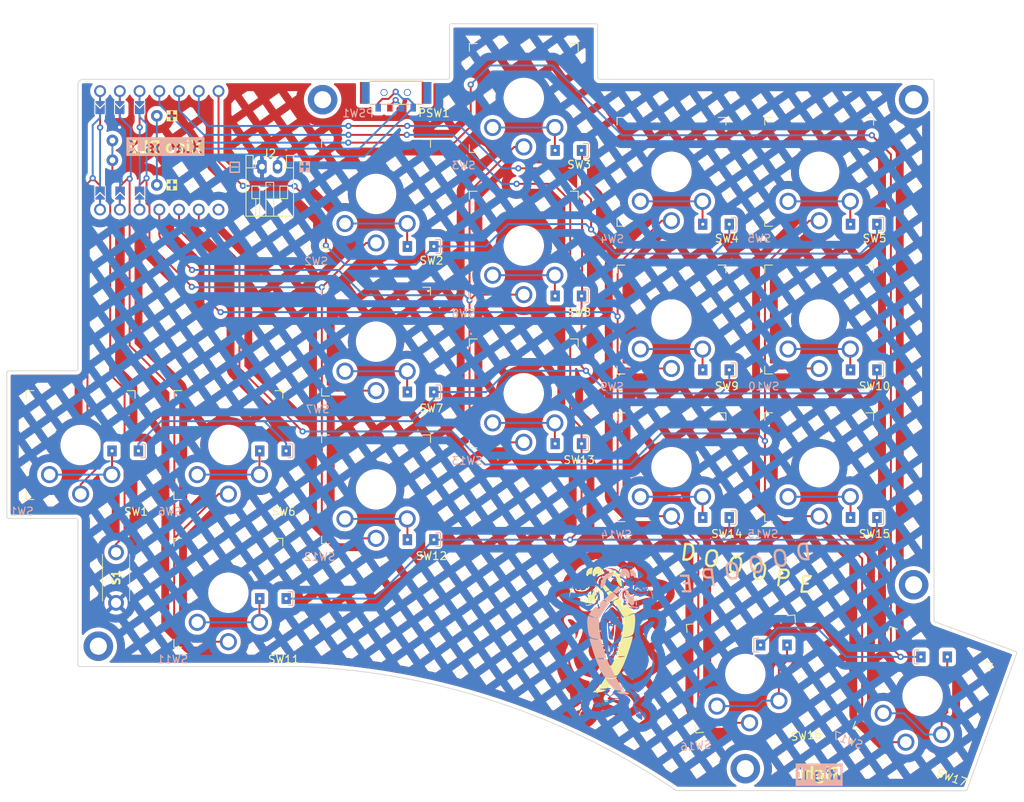
<source format=kicad_pcb>
(kicad_pcb (version 20211014) (generator pcbnew)
  (title_block (title "D O O O P E") (date "2023-04-02") (rev "Rev 1") (company "JQ.C"))
  (layers (0 "F.Cu" signal) (31 "B.Cu" signal) (34 "B.Paste" user) (35 "F.Paste" user) (36 "B.SilkS" user "B.Silkscreen") (37 "F.SilkS" user "F.Silkscreen") (38 "B.Mask" user) (39 "F.Mask" user) (44 "Edge.Cuts" user))
  (net 0 "")
  (net 1 "Net-(D1-Pad2)")
  (net 2 "Net-(D2-Pad2)")
  (net 3 "Net-(D3-Pad2)")
  (net 4 "Net-(D4-Pad2)")
  (net 5 "Net-(D5-Pad2)")
  (net 6 "Net-(D6-Pad2)")
  (net 7 "Net-(D7-Pad2)")
  (net 8 "Net-(D8-Pad2)")
  (net 9 "Net-(D9-Pad2)")
  (net 10 "Net-(D10-Pad2)")
  (net 11 "Net-(D11-Pad2)")
  (net 12 "Net-(D12-Pad2)")
  (net 13 "Net-(D13-Pad2)")
  (net 14 "Net-(D14-Pad2)")
  (net 15 "Net-(D15-Pad2)")
  (net 16 "Net-(D16-Pad2)")
  (net 17 "Net-(D17-Pad2)")
  (net 19 "unconnected-(U1-Pad14)")
  (net 21 "unconnected-(U1-Pad12)")
  (net 22 "RST")
  (net 23 "Row1")
  (net 24 "Row0")
  (net 25 "Row2")
  (net 26 "Row3")
  (net 27 "GND")
  (net 28 "VBAT")
  (net 29 "BAT+")
  (net 30 "Col0")
  (net 31 "Col2")
  (net 32 "Col3")
  (net 33 "Col4")
  (net 34 "Col5")
  (net 35 "Col1")
  (footprint "KBLib:Power Switch" (layer "F.Cu") (at 69.65893 54.606664 -90)
    (fp_text reference "PSW1")
    (fp_text value "SW_SPDT" hide)
  )
  (footprint "KBLib:Diode SMD THT" (layer "F.Cu") (at 106.95893 109.281664 180)
    (fp_text reference "D14" hide)
    (fp_text value "1N4148W" hide)
  )
  (footprint "KBLib:Diode SMD THT" (layer "F.Cu") (at 87.95893 99.781664 180)
    (fp_text reference "D13" hide)
    (fp_text value "1N4148W" hide)
  )
  (footprint "KBLib:Redragon_LP_Reversible" (layer "F.Cu") (at 120.28393 83.756664)
    (fp_text reference "SW10")
    (fp_text value "SW_PUSH")
  )
  (footprint "kibuzzard-643B780C" (layer "F.Cu") (at 120.28393 142.306664)
    (fp_text reference "kibuzzard-643B780C" hide)
    (fp_text value "G***" hide)
  )
  (footprint "KBLib:Redragon_LP_Reversible" (layer "F.Cu") (at 82.28393 55.256664)
    (fp_text reference "SW3")
    (fp_text value "SW_PUSH")
  )
  (footprint "KBLib:Redragon_LP_Reversible" (layer "F.Cu") (at 63.28393 86.606664)
    (fp_text reference "SW7")
    (fp_text value "SW_PUSH")
  )
  (footprint "KBLib:mushu" (layer "F.Cu") (at 88.33393 122.306664)
    (fp_text reference "G***" hide)
    (fp_text value "LOGO" hide)
  )
  (footprint "MountingHole:MountingHole_2.2mm_M2_DIN965_Pad_TopBottom" (layer "F.Cu") (at 132.43393 55.481664)
    (fp_text reference "REF**" hide)
    (fp_text value "MountingHole_2.2mm_M2_DIN965_Pad_TopBottom" hide)
  )
  (footprint "kibuzzard-643B7631" (layer "F.Cu") (at 36.18393 61.506664)
    (fp_text reference "kibuzzard-643B7631" hide)
    (fp_text value "G***" hide)
  )
  (footprint "KBLib:Diode SMD THT" (layer "F.Cu") (at 68.95893 74.406664 180)
    (fp_text reference "D2" hide)
    (fp_text value "1N4148W" hide)
  )
  (footprint "KBLib:Xiao BLE Rev Pogo" (layer "F.Cu") (at 35.70893 61.874714 90)
    (fp_text reference "U1" hide)
    (fp_text value "xiao-ble" hide)
  )
  (footprint "kibuzzard-643B7985" (layer "F.Cu") (at 37.013646 66.442964)
    (fp_text reference "kibuzzard-643B7985" hide)
    (fp_text value "G***" hide)
  )
  (footprint "MountingHole:MountingHole_2.2mm_M2_DIN965_Pad_TopBottom" (layer "F.Cu") (at 56.40893 55.481664)
    (fp_text reference "REF**" hide)
    (fp_text value "MountingHole_2.2mm_M2_DIN965_Pad_TopBottom" hide)
  )
  (footprint "KBLib:Redragon_LP_Reversible" (layer "F.Cu") (at 133.58393 132.206664 -20)
    (fp_text reference "SW17")
    (fp_text value "SW_PUSH")
  )
  (footprint "KBLib:Diode SMD THT" (layer "F.Cu") (at 49.95893 119.706664 180)
    (fp_text reference "D11" hide)
    (fp_text value "1N4148W" hide)
  )
  (footprint "KBLib:Redragon_LP_Reversible" (layer "F.Cu") (at 25.28393 99.906664)
    (fp_text reference "SW1")
    (fp_text value "SW_PUSH")
  )
  (footprint "KBLib:Diode SMD THT" (layer "F.Cu") (at 68.95893 112.131664 180)
    (fp_text reference "D12" hide)
    (fp_text value "1N4148W" hide)
  )
  (footprint "kibuzzard-643B7985" (layer "F.Cu") (at 54.10893 64.106664)
    (fp_text reference "kibuzzard-643B7985" hide)
    (fp_text value "G***" hide)
  )
  (footprint "KBLib:Diode SMD THT" (layer "F.Cu") (at 125.95893 109.281664 180)
    (fp_text reference "D15" hide)
    (fp_text value "1N4148W" hide)
  )
  (footprint "KBLib:Diode SMD THT" (layer "F.Cu") (at 68.95893 93.131664 180)
    (fp_text reference "D7" hide)
    (fp_text value "1N4148W" hide)
  )
  (footprint "KBLib:Redragon_LP_Reversible" (layer "F.Cu") (at 82.28393 93.256664)
    (fp_text reference "SW13")
    (fp_text value "SW_PUSH")
  )
  (footprint "KBLib:Diode SMD THT" (layer "F.Cu") (at 135.13393 127.106664)
    (fp_text reference "D17" hide)
    (fp_text value "1N4148W" hide)
  )
  (footprint "KBLib:Redragon_LP_Reversible" (layer "F.Cu") (at 120.28393 64.756664)
    (fp_text reference "SW5")
    (fp_text value "SW_PUSH")
  )
  (footprint "MountingHole:MountingHole_2.2mm_M2_DIN965_Pad_TopBottom" (layer "F.Cu") (at 110.78393 141.533493)
    (fp_text reference "REF**" hide)
    (fp_text value "MountingHole_2.2mm_M2_DIN965_Pad_TopBottom" hide)
  )
  (footprint "Connector_JST:JST_PH_S2B-PH-K_1x02_P2.00mm_Horizontal" (layer "F.Cu") (at 48.60893 64.106664)
    (fp_text reference "J2")
    (fp_text value "JST Connector" hide)
  )
  (footprint "MountingHole:MountingHole_2.2mm_M2_DIN965_Pad_TopBottom" (layer "F.Cu") (at 27.55893 125.781664)
    (fp_text reference "REF**" hide)
    (fp_text value "MountingHole_2.2mm_M2_DIN965_Pad_TopBottom" hide)
  )
  (footprint "KBLib:Redragon_LP_Reversible" (layer "F.Cu") (at 120.28393 102.756664)
    (fp_text reference "SW15")
    (fp_text value "SW_PUSH")
  )
  (footprint "KBLib:Diode SMD THT" (layer "F.Cu") (at 49.95893 100.706664 180)
    (fp_text reference "D6" hide)
    (fp_text value "1N4148W" hide)
  )
  (footprint "KBLib:Diode SMD THT" (layer "F.Cu") (at 125.95893 71.556664 180)
    (fp_text reference "D5" hide)
    (fp_text value "1N4148W" hide)
  )
  (footprint "MountingHole:MountingHole_2.2mm_M2_DIN965_Pad_TopBottom" (layer "F.Cu") (at 132.43393 117.881664)
    (fp_text reference "REF**" hide)
    (fp_text value "MountingHole_2.2mm_M2_DIN965_Pad_TopBottom" hide)
  )
  (footprint "KBLib:Diode SMD THT" (layer "F.Cu") (at 125.95893 90.281664 180)
    (fp_text reference "D10" hide)
    (fp_text value "1N4148W" hide)
  )
  (footprint "kibuzzard-643B7985" (layer "F.Cu") (at 37.013646 57.552964)
    (fp_text reference "kibuzzard-643B7985" hide)
    (fp_text value "G***" hide)
  )
  (footprint "KBLib:Diode SMD THT" (layer "F.Cu") (at 30.95893 100.706664 180)
    (fp_text reference "D1" hide)
    (fp_text value "1N4148W" hide)
  )
  (footprint "KBLib:Redragon_LP_Reversible" (layer "F.Cu") (at 44.28393 118.906664)
    (fp_text reference "SW11")
    (fp_text value "SW_PUSH")
  )
  (footprint "KBLib:Redragon_LP_Reversible" (layer "F.Cu") (at 63.28393 105.606664)
    (fp_text reference locked "SW12")
    (fp_text value "SW_PUSH")
  )
  (footprint "KBLib:Redragon_LP_Reversible" (layer "F.Cu") (at 110.78393 129.356664 5)
    (fp_text reference "SW16")
    (fp_text value "SW_PUSH")
  )
  (footprint "KBLib:Reset Switch" (layer "F.Cu") (at 29.83393 113.706664 -90)
    (fp_text reference "S1")
    (fp_text value "95C04A3T" hide)
  )
  (footprint "KBLib:Redragon_LP_Reversible" (layer "F.Cu") (at 101.28393 64.756664)
    (fp_text reference "SW4")
    (fp_text value "SW_PUSH")
  )
  (footprint "KBLib:Redragon_LP_Reversible" (layer "F.Cu") (at 101.28393 102.756664)
    (fp_text reference "SW14")
    (fp_text value "SW_PUSH")
  )
  (footprint "KBLib:Redragon_LP_Reversible" (layer "F.Cu") (at 63.28393 67.606664)
    (fp_text reference "SW2")
    (fp_text value "SW_PUSH")
  )
  (footprint "KBLib:Diode SMD THT" (layer "F.Cu") (at 106.95893 90.281664 180)
    (fp_text reference "D9" hide)
    (fp_text value "1N4148W" hide)
  )
  (footprint "KBLib:Diode SMD THT" (layer "F.Cu") (at 114.50893 125.581664)
    (fp_text reference "D16" hide)
    (fp_text value "1N4148W" hide)
  )
  (footprint "KBLib:Redragon_LP_Reversible" (layer "F.Cu") (at 44.28393 99.906664)
    (fp_text reference "SW6")
    (fp_text value "SW_PUSH")
  )
  (footprint "KBLib:Diode SMD THT" (layer "F.Cu") (at 87.95893 62.056664 180)
    (fp_text reference "D3" hide)
    (fp_text value "1N4148W" hide)
  )
  (footprint "KBLib:Diode SMD THT" (layer "F.Cu") (at 87.95893 80.781664 180)
    (fp_text reference "D8" hide)
    (fp_text value "1N4148W" hide)
  )
  (footprint "KBLib:Redragon_LP_Reversible" (layer "F.Cu") (at 101.28393 83.756664)
    (fp_text reference "SW9")
    (fp_text value "SW_PUSH")
  )
  (footprint "KBLib:Redragon_LP_Reversible" (layer "F.Cu") (at 82.28393 74.256664)
    (fp_text reference "SW8")
    (fp_text value "SW_PUSH")
  )
  (footprint "KBLib:Diode SMD THT" (layer "F.Cu") (at 106.95893 71.556664 180)
    (fp_text reference "D4" hide)
    (fp_text value "1N4148W" hide)
  )
  (footprint "kibuzzard-643B7841" (layer "B.Cu") (at 120.28393 142.306664 180)
    (fp_text reference "kibuzzard-643B7841" hide)
    (fp_text value "G***" hide)
  )
  (footprint "kibuzzard-643B7631" (layer "B.Cu") (at 36.18393 61.506664 180)
    (fp_text reference "kibuzzard-643B7631" hide)
    (fp_text value "G***" hide)
  )
  (footprint "kibuzzard-643B7985" (layer "B.Cu") (at 54.10893 64.106664 180)
    (fp_text reference "kibuzzard-643B7985" hide)
    (fp_text value "G***" hide)
  )
  (footprint "KBLib:mushu" (layer "B.Cu") (at 98.73393 122.556664 180)
    (fp_text reference "G***" hide)
    (fp_text value "LOGO" hide)
  )
  (footprint "KBLib:Power Switch" (layer "B.Cu") (at 61.95893 54.606664 -90)
    (fp_text reference "PSW1")
    (fp_text value "SW_SPDT" hide)
  )
  (gr_rect (start 45.70893 63.531664) (end 44.50893 64.806664) (layer "B.SilkS") (width 0.15) (fill none))
  (gr_rect (start 44.50893 63.531664) (end 45.70893 64.806664) (layer "F.SilkS") (width 0.15) (fill none))
  (gr_arc (start 25.18393 128.406664) (mid 25.000011 128.322727) (end 24.93393 128.131664) (layer "Edge.Cuts") (width 0.1))
  (gr_arc (start 24.93393 53.606664) (mid 25.119674 53.078359) (end 25.63393 52.856664) (layer "Edge.Cuts") (width 0.1))
  (gr_arc (start 72.73393 52.606664) (mid 72.649993 52.790583) (end 72.45893 52.856664) (layer "Edge.Cuts") (width 0.1))
  (gr_line (start 24.93393 128.131664) (end 24.93393 109.631664) (layer "Edge.Cuts") (width 0.1))
  (gr_arc (start 134.80893 52.856664) (mid 134.992849 52.940601) (end 135.05893 53.131664) (layer "Edge.Cuts") (width 0.1))
  (gr_arc (start 72.73393 45.956664) (mid 72.817867 45.772745) (end 73.00893 45.706664) (layer "Edge.Cuts") (width 0.1))
  (gr_line (start 135.05893 122.381664) (end 135.05893 53.131664) (layer "Edge.Cuts") (width 0.1))
  (gr_arc (start 24.68393 109.356664) (mid 24.867849 109.440601) (end 24.93393 109.631664) (layer "Edge.Cuts") (width 0.1))
  (gr_arc (start 139.30893 144.231664) (mid 139.22211 144.345184) (end 139.08393 144.381664) (layer "Edge.Cuts") (width 0.1))
  (gr_arc (start 91.53393 45.706664) (mid 91.717849 45.790601) (end 91.78393 45.981664) (layer "Edge.Cuts") (width 0.1))
  (gr_arc (start 15.78393 90.606664) (mid 15.867863 90.422741) (end 16.05893 90.356664) (layer "Edge.Cuts") (width 0.1))
  (gr_line (start 145.68393 126.731664) (end 139.30893 144.231664) (layer "Edge.Cuts") (width 0.1))
  (gr_arc (start 92.03393 52.856664) (mid 91.850011 52.772727) (end 91.78393 52.581664) (layer "Edge.Cuts") (width 0.1))
  (gr_arc (start 145.55893 126.456664) (mid 145.681593 126.566798) (end 145.68393 126.731664) (layer "Edge.Cuts") (width 0.1))
  (gr_line (start 25.63393 52.856664) (end 72.45893 52.856664) (layer "Edge.Cuts") (width 0.1))
  (gr_line (start 24.68393 109.356664) (end 16.03393 109.356664) (layer "Edge.Cuts") (width 0.1))
  (gr_line (start 15.78393 109.081664) (end 15.78393 90.606664) (layer "Edge.Cuts") (width 0.1))
  (gr_line (start 92.03393 52.856664) (end 134.80893 52.856664) (layer "Edge.Cuts") (width 0.1))
  (gr_line (start 24.93393 90.106664) (end 24.93393 53.606664) (layer "Edge.Cuts") (width 0.1))
  (gr_line (start 53.78393 128.406664) (end 25.18393 128.406664) (layer "Edge.Cuts") (width 0.1))
  (gr_line (start 16.05893 90.356664) (end 24.65893 90.356664) (layer "Edge.Cuts") (width 0.1))
  (gr_arc (start 53.78393 128.406664) (mid 78.962082 133.015472) (end 101.90893 144.356664) (layer "Edge.Cuts") (width 0.1))
  (gr_arc (start 24.93393 90.106664) (mid 24.849993 90.290583) (end 24.65893 90.356664) (layer "Edge.Cuts") (width 0.1))
  (gr_line (start 91.78393 45.981664) (end 91.78393 52.581664) (layer "Edge.Cuts") (width 0.1))
  (gr_arc (start 135.25893 122.681664) (mid 135.110716 122.563806) (end 135.05893 122.381664) (layer "Edge.Cuts") (width 0.1))
  (gr_line (start 135.25893 122.681664) (end 145.55893 126.456664) (layer "Edge.Cuts") (width 0.1))
  (gr_line (start 73.00893 45.706664) (end 91.53393 45.706664) (layer "Edge.Cuts") (width 0.1))
  (gr_line (start 72.73393 52.606664) (end 72.73393 45.956664) (layer "Edge.Cuts") (width 0.1))
  (gr_line (start 139.08393 144.381664) (end 101.90893 144.356664) (layer "Edge.Cuts") (width 0.1))
  (gr_arc (start 16.03393 109.356664) (mid 15.850011 109.272727) (end 15.78393 109.081664) (layer "Edge.Cuts") (width 0.1))
  (gr_text "SW17" (at 123.95893 137.881664 -20) (layer "B.SilkS") (effects (font (size 1 1)) (justify mirror)))
  (gr_text "SW3" (at 74.55893 63.931664) (layer "B.SilkS") (effects (font (size 1 1)) (justify mirror)))
  (gr_text "O" (at 115.390362 114.506664) (layer "B.SilkS") (effects (font (size 2 2) (thickness 0.3) italic) (justify mirror)))
  (gr_text "E" (at 103.259885 117.806664) (layer "B.SilkS") (effects (font (size 2 2) (thickness 0.3) italic) (justify mirror)))
  (gr_text "SW2" (at 55.58393 76.281664) (layer "B.SilkS") (effects (font (size 1 1)) (justify mirror)))
  (gr_text "-" (at 45.10893 64.206664 180) (layer "B.SilkS") (effects (font (size 1 1)) (justify mirror)))
  (gr_text "SW1" (at 17.70893 108.431664) (layer "B.SilkS") (effects (font (size 1 1)) (justify mirror)))
  (gr_text "SW4" (at 93.65893 73.406664) (layer "B.SilkS") (effects (font (size 1 1)) (justify mirror)))
  (gr_text "SW16" (at 104.40893 138.606664 5) (layer "B.SilkS") (effects (font (size 1 1)) (justify mirror)))
  (gr_text "SW6" (at 36.75893 108.481664) (layer "B.SilkS") (effects (font (size 1 1)) (justify mirror)))
  (gr_text "SW15" (at 113.03393 111.356664) (layer "B.SilkS") (effects (font (size 1 1)) (justify mirror)))
  (gr_text "SW14" (at 94.18393 111.431664) (layer "B.SilkS") (effects (font (size 1 1)) (justify mirror)))
  (gr_text "P" (at 106.161555 116.981664) (layer "B.SilkS") (effects (font (size 2 2) (thickness 0.3) italic) (justify mirror)))
  (gr_text "D" (at 118.359885 113.681664) (layer "B.SilkS") (effects (font (size 2 2) (thickness 0.3) italic) (justify mirror)))
  (gr_text "SW12" (at 56.03393 114.281664) (layer "B.SilkS") (effects (font (size 1 1)) (justify mirror)))
  (gr_text "SW9" (at 93.63393 92.406664) (layer "B.SilkS") (effects (font (size 1 1)) (justify mirror)))
  (gr_text "SW10" (at 113.15893 92.356664) (layer "B.SilkS") (effects (font (size 1 1)) (justify mirror)))
  (gr_text "SW5" (at 112.58393 73.331664) (layer "B.SilkS") (effects (font (size 1 1)) (justify mirror)))
  (gr_text "SW11" (at 37.10893 127.481664) (layer "B.SilkS") (effects (font (size 1 1)) (justify mirror)))
  (gr_text "O" (at 109.206078 116.156664) (layer "B.SilkS") (effects (font (size 2 2) (thickness 0.3) italic) (justify mirror)))
  (gr_text "SW8" (at 74.53393 82.981664) (layer "B.SilkS") (effects (font (size 1 1)) (justify mirror)))
  (gr_text "SW7" (at 55.78393 95.306664) (layer "B.SilkS") (effects (font (size 1 1)) (justify mirror)))
  (gr_text "SW13" (at 75.00893 101.931664) (layer "B.SilkS") (effects (font (size 1 1)) (justify mirror)))
  (gr_text "O" (at 112.29822 115.331664) (layer "B.SilkS") (effects (font (size 2 2) (thickness 0.3) italic) (justify mirror)))
  (gr_text "P" (at 115.55726 117.031664) (layer "F.SilkS") (effects (font (size 2 2) (thickness 0.3) italic)))
  (gr_text "D" (at 103.35893 113.731664) (layer "F.SilkS") (effects (font (size 2 2) (thickness 0.3) italic)))
  (gr_text "-" (at 45.108929 64.069164) (layer "F.SilkS") (effects (font (size 1 1))))
  (gr_text "E" (at 118.45893 117.856664) (layer "F.SilkS") (effects (font (size 2 2) (thickness 0.3) italic)))
  (gr_text "O" (at 109.420595 115.381664) (layer "F.SilkS") (effects (font (size 2 2) (thickness 0.3) italic)))
  (gr_text "O" (at 112.512737 116.206664) (layer "F.SilkS") (effects (font (size 2 2) (thickness 0.3) italic)))
  (gr_text "O" (at 106.328453 114.556664) (layer "F.SilkS") (effects (font (size 2 2) (thickness 0.3) italic)))
  (segment (start 27.78123 54.377964) (end 27.78123 56.065964) (width 0.25) (layer "F.Cu") (net 0))
  (segment (start 30.32123 69.617964) (end 30.32123 67.962264) (width 0.25) (layer "F.Cu") (net 0))
  (segment (start 27.78123 69.617964) (end 27.78123 67.929964) (width 0.25) (layer "F.Cu") (net 0))
  (segment (start 30.32123 54.377964) (end 30.32123 56.065964) (width 0.25) (layer "F.Cu") (net 0))
  (segment (start 32.86123 54.377964) (end 32.86123 56.065964) (width 0.25) (layer "F.Cu") (net 0))
  (segment (start 32.86123 69.617964) (end 32.86123 67.929964) (width 0.25) (layer "F.Cu") (net 0))
  (segment (start 30.32123 67.962264) (end 30.35353 67.929964) (width 0.25) (layer "F.Cu") (net 0))
  (segment (start 30.32123 69.617964) (end 30.32123 67.962264) (width 0.25) (layer "B.Cu") (net 0))
  (segment (start 32.86123 69.617964) (end 32.86123 67.929964) (width 0.25) (layer "B.Cu") (net 0))
  (segment (start 27.78123 54.377964) (end 27.78123 56.065964) (width 0.25) (layer "B.Cu") (net 0))
  (segment (start 27.78123 69.617964) (end 27.78123 67.929964) (width 0.25) (layer "B.Cu") (net 0))
  (segment (start 32.86123 54.377964) (end 32.86123 56.065964) (width 0.25) (layer "B.Cu") (net 0))
  (segment (start 30.32123 54.377964) (end 30.32123 56.065964) (width 0.25) (layer "B.Cu") (net 0))
  (segment (start 30.32123 67.962264) (end 30.35353 67.929964) (width 0.25) (layer "B.Cu") (net 0))
  (segment (start 29.28393 103.706664) (end 29.31853 103.672064) (width 0.25) (layer "F.Cu") (net 1))
  (segment (start 29.31853 103.672064) (end 29.31853 100.656664) (width 0.25) (layer "F.Cu") (net 1))
  (segment (start 21.28393 103.706664) (end 29.28393 103.706664) (width 0.25) (layer "B.Cu") (net 1))
  (segment (start 67.28393 74.322064) (end 67.31853 74.356664) (width 0.25) (layer "F.Cu") (net 2))
  (segment (start 67.28393 71.406664) (end 67.28393 74.322064) (width 0.25) (layer "F.Cu") (net 2))
  (segment (start 59.28393 71.406664) (end 67.28393 71.406664) (width 0.25) (layer "B.Cu") (net 2))
  (segment (start 86.28393 61.972064) (end 86.31853 62.006664) (width 0.25) (layer "F.Cu") (net 3))
  (segment (start 86.28393 59.056664) (end 86.28393 61.972064) (width 0.25) (layer "F.Cu") (net 3))
  (segment (start 78.28393 59.056664) (end 86.28393 59.056664) (width 0.25) (layer "B.Cu") (net 3))
  (segment (start 105.28393 68.556664) (end 105.28393 71.472064) (width 0.25) (layer "F.Cu") (net 4))
  (segment (start 105.28393 71.472064) (end 105.31853 71.506664) (width 0.25) (layer "F.Cu") (net 4))
  (segment (start 97.28393 68.556664) (end 105.28393 68.556664) (width 0.25) (layer "B.Cu") (net 4))
  (segment (start 124.28393 71.472064) (end 124.31853 71.506664) (width 0.25) (layer "F.Cu") (net 5))
  (segment (start 124.28393 68.556664) (end 124.28393 71.472064) (width 0.25) (layer "F.Cu") (net 5))
  (segment (start 116.28393 68.556664) (end 124.28393 68.556664) (width 0.25) (layer "B.Cu") (net 5))
  (segment (start 48.28393 100.691264) (end 48.31853 100.656664) (width 0.25) (layer "F.Cu") (net 6))
  (segment (start 48.28393 103.706664) (end 48.28393 100.691264) (width 0.25) (layer "F.Cu") (net 6))
  (segment (start 40.28393 103.706664) (end 48.28393 103.706664) (width 0.25) (layer "B.Cu") (net 6))
  (segment (start 67.28393 90.406664) (end 67.28393 93.047064) (width 0.25) (layer "F.Cu") (net 7))
  (segment (start 67.28393 93.047064) (end 67.31853 93.081664) (width 0.25) (layer "F.Cu") (net 7))
  (segment (start 59.28393 90.406664) (end 67.28393 90.406664) (width 0.25) (layer "B.Cu") (net 7))
  (segment (start 86.28393 78.056664) (end 86.28393 80.697064) (width 0.25) (layer "F.Cu") (net 8))
  (segment (start 86.28393 80.697064) (end 86.31853 80.731664) (width 0.25) (layer "F.Cu") (net 8))
  (segment (start 78.28393 78.056664) (end 86.28393 78.056664) (width 0.25) (layer "B.Cu") (net 8))
  (segment (start 105.28393 87.556664) (end 105.28393 90.197064) (width 0.25) (layer "F.Cu") (net 9))
  (segment (start 97.28393 87.556664) (end 105.28393 87.556664) (width 0.25) (layer "B.Cu") (net 9))
  (segment (start 124.28393 87.556664) (end 124.28393 90.197064) (width 0.25) (layer "F.Cu") (net 10))
  (segment (start 124.28393 90.197064) (end 124.31853 90.231664) (width 0.25) (layer "F.Cu") (net 10))
  (segment (start 116.28393 87.556664) (end 124.28393 87.556664) (width 0.25) (layer "B.Cu") (net 10))
  (segment (start 48.28393 122.706664) (end 48.28393 119.691264) (width 0.25) (layer "F.Cu") (net 11))
  (segment (start 48.28393 119.691264) (end 48.31853 119.656664) (width 0.25) (layer "F.Cu") (net 11))
  (segment (start 40.28393 122.706664) (end 48.28393 122.706664) (width 0.25) (layer "B.Cu") (net 11))
  (segment (start 67.31853 109.441264) (end 67.31853 112.081664) (width 0.25) (layer "F.Cu") (net 12))
  (segment (start 67.28393 109.406664) (end 67.31853 109.441264) (width 0.25) (layer "F.Cu") (net 12))
  (segment (start 59.28393 109.406664) (end 67.28393 109.406664) (width 0.25) (layer "B.Cu") (net 12))
  (segment (start 86.28393 97.056664) (end 86.28393 99.697064) (width 0.25) (layer "F.Cu") (net 13))
  (segment (start 86.28393 99.697064) (end 86.31853 99.731664) (width 0.25) (layer "F.Cu") (net 13))
  (segment (start 78.28393 97.056664) (end 86.28393 97.056664) (width 0.25) (layer "B.Cu") (net 13))
  (segment (start 105.28393 106.556664) (end 105.28393 109.197064) (width 0.25) (layer "F.Cu") (net 14))
  (segment (start 105.28393 109.197064) (end 105.31853 109.231664) (width 0.25) (layer "F.Cu") (net 14))
  (segment (start 97.28393 106.556664) (end 105.28393 106.556664) (width 0.25) (layer "B.Cu") (net 14))
  (segment (start 124.31853 106.591264) (end 124.31853 109.231664) (width 0.25) (layer "F.Cu") (net 15))
  (segment (start 124.28393 106.556664) (end 124.31853 106.591264) (width 0.25) (layer "F.Cu") (net 15))
  (segment (start 116.28393 106.556664) (end 124.28393 106.556664) (width 0.25) (layer "B.Cu") (net 15))
  (segment (start 115.099901 132.793581) (end 115.099901 128.715693) (width 0.25) (layer "F.Cu") (net 16))
  (segment (start 116.14933 127.666264) (end 116.14933 125.631664) (width 0.25) (layer "F.Cu") (net 16))
  (segment (start 115.099901 128.715693) (end 116.14933 127.666264) (width 0.25) (layer "F.Cu") (net 16))
  (segment (start 112.299767 133.490827) (end 112.997013 132.793581) (width 0.25) (layer "B.Cu") (net 16))
  (segment (start 112.997013 132.793581) (end 115.099901 132.793581) (width 0.25) (layer "B.Cu") (net 16))
  (segment (start 107.130343 133.490827) (end 112.299767 133.490827) (width 0.25) (layer "B.Cu") (net 16))
  (segment (start 136.75893 134.281664) (end 136.75893 127.172064) (width 0.25) (layer "F.Cu") (net 17))
  (segment (start 136.043024 137.145577) (end 136.043024 134.99757) (width 0.25) (layer "F.Cu") (net 17))
  (segment (start 136.043024 134.99757) (end 136.75893 134.281664) (width 0.25) (layer "F.Cu") (net 17))
  (segment (start 136.75893 127.172064) (end 136.77433 127.156664) (width 0.25) (layer "F.Cu") (net 17))
  (segment (start 133.922843 137.145577) (end 136.043024 137.145577) (width 0.25) (layer "B.Cu") (net 17))
  (segment (start 128.525483 134.409415) (end 131.186681 134.409415) (width 0.25) (layer "B.Cu") (net 17))
  (segment (start 131.186681 134.409415) (end 133.922843 137.145577) (width 0.25) (layer "B.Cu") (net 17))
  (segment (start 27.78123 57.081964) (end 27.78123 59.053964) (width 0.25) (layer "F.Cu") (net 19))
  (segment (start 27.78123 59.053964) (end 27.78393 59.056664) (width 0.25) (layer "F.Cu") (net 19))
  (via (at 27.78393 59.056664) (size 0.8) (drill 0.4) (layers "F.Cu" "B.Cu") (net 19))
  (segment (start 27.78393 59.056664) (end 27.78393 66.911264) (width 0.25) (layer "B.Cu") (net 19))
  (segment (start 32.86123 59.008964) (end 32.88393 59.031664) (width 0.25) (layer "F.Cu") (net 21))
  (segment (start 32.86123 57.081964) (end 32.86123 59.008964) (width 0.25) (layer "F.Cu") (net 21))
  (via (at 32.88393 59.031664) (size 0.8) (drill 0.4) (layers "F.Cu" "B.Cu") (net 21))
  (segment (start 32.88393 59.031664) (end 32.88393 66.891264) (width 0.25) (layer "B.Cu") (net 21))
  (segment (start 32.88393 66.891264) (end 32.86123 66.913964) (width 0.25) (layer "B.Cu") (net 21))
  (segment (start 29.83393 112.656664) (end 29.83393 113.706664) (width 0.25) (layer "F.Cu") (net 22))
  (segment (start 29.36923 63.267964) (end 29.36923 65.971364) (width 0.25) (layer "F.Cu") (net 22))
  (segment (start 29.36923 65.971364) (end 29.08393 66.256664) (width 0.25) (layer "F.Cu") (net 22))
  (segment (start 30.93393 92.706664) (end 30.93393 111.556664) (width 0.25) (layer "F.Cu") (net 22))
  (segment (start 29.08393 90.856664) (end 30.93393 92.706664) (width 0.25) (layer "F.Cu") (net 22))
  (segment (start 29.08393 66.256664) (end 29.08393 90.856664) (width 0.25) (layer "F.Cu") (net 22))
  (segment (start 30.93393 111.556664) (end 29.83393 112.656664) (width 0.25) (layer "F.Cu") (net 22))
  (segment (start 29.36923 63.267964) (end 29.36923 60.727964) (width 0.25) (layer "B.Cu") (net 22))
  (segment (start 85.53393 64.306664) (end 89.78393 68.556664) (width 0.25) (layer "F.Cu") (net 23))
  (segment (start 89.78393 68.556664) (end 89.78393 80.666264) (width 0.25) (layer "F.Cu") (net 23))
  (segment (start 89.78393 80.666264) (end 89.71853 80.731664) (width 0.25) (layer "F.Cu") (net 23))
  (segment (start 81.58393 64.306664) (end 85.53393 64.306664) (width 0.25) (layer "F.Cu") (net 23))
  (segment (start 89.71853 89.791264) (end 90.28393 90.356664) (width 0.25) (layer "F.Cu") (net 23))
  (segment (start 89.71853 80.731664) (end 89.71853 89.791264) (width 0.25) (layer "F.Cu") (net 23))
  (segment (start 59.73393 58.856664) (end 67.28393 58.856664) (width 0.25) (layer "F.Cu") (net 23))
  (via (at 67.28393 58.856664) (size 0.8) (drill 0.4) (layers "F.Cu" "B.Cu") (net 23))
  (via (at 81.58393 64.306664) (size 0.8) (drill 0.4) (layers "F.Cu" "B.Cu") (net 23))
  (via (at 90.28393 90.356664) (size 0.8) (drill 0.4) (layers "F.Cu" "B.Cu") (net 23))
  (via (at 59.73393 58.856664) (size 0.8) (drill 0.4) (layers "F.Cu" "B.Cu") (net 23))
  (segment (start 108.71853 92.147064) (end 107.60893 93.256664) (width 0.25) (layer "B.Cu") (net 23))
  (segment (start 79.50893 64.306664) (end 81.58393 64.306664) (width 0.25) (layer "B.Cu") (net 23))
  (segment (start 74.05893 58.856664) (end 79.48393 64.281664) (width 0.25) (layer "B.Cu") (net 23))
  (segment (start 67.85893 96.831664) (end 70.71853 93.972064) (width 0.25) (layer "B.Cu") (net 23))
  (segment (start 48.88393 96.831664) (end 51.71853 99.666264) (width 0.25) (layer "B.Cu") (net 23))
  (segment (start 32.71853 100.656664) (end 32.71853 99.747064) (width 0.25) (layer "B.Cu") (net 23))
  (segment (start 77.45893 93.081664) (end 80.18393 90.356664) (width 0.25) (layer "B.Cu") (net 23))
  (segment (start 90.28393 90.356664) (end 93.18393 93.256664) (width 0.25) (layer "B.Cu") (net 23))
  (segment (start 127.71853 92.197064) (end 127.71853 90.231664) (width 0.25) (layer "B.Cu") (net 23))
  (segment (start 40.48123 54.377964) (end 40.48123 57.628964) (width 0.25) (layer "B.Cu") (net 23))
  (segment (start 93.18393 93.256664) (end 107.55893 93.256664) (width 0.25) (layer "B.Cu") (net 23))
  (segment (start 107.55893 93.256664) (end 126.65893 93.256664) (width 0.25) (layer "B.Cu") (net 23))
  (segment (start 35.63393 96.831664) (end 47.89353 96.831664) (width 0.25) (layer "B.Cu") (net 23))
  (segment (start 107.60893 93.256664) (end 107.55893 93.256664) (width 0.25) (layer "B.Cu") (net 23))
  (segment (start 47.89353 96.831664) (end 48.88393 96.831664) (width 0.25) (layer "B.Cu") (net 23))
  (segment (start 80.18393 90.356664) (end 90.28393 90.356664) (width 0.25) (layer "B.Cu") (net 23))
  (segment (start 108.71853 90.231664) (end 108.71853 92.147064) (width 0.25) (layer "B.Cu") (net 23))
  (segment (start 70.71853 93.081664) (end 77.45893 93.081664) (width 0.25) (layer "B.Cu") (net 23))
  (segment (start 40.48123 57.628964) (end 40.48393 57.631664) (width 0.25) (layer "B.Cu") (net 23))
  (segment (start 40.48393 57.631664) (end 41.70893 58.856664) (width 0.25) (layer "B.Cu") (net 23))
  (segment (start 41.70893 58.856664) (end 59.73393 58.856664) (width 0.25) (layer "B.Cu") (net 23))
  (segment (start 47.89353 96.831664) (end 67.85893 96.831664) (width 0.25) (layer "B.Cu") (net 23))
  (segment (start 126.65893 93.256664) (end 127.71853 92.197064) (width 0.25) (layer "B.Cu") (net 23))
  (segment (start 67.28393 58.856664) (end 74.05893 58.856664) (width 0.25) (layer "B.Cu") (net 23))
  (segment (start 70.71853 93.972064) (end 70.71853 93.081664) (width 0.25) (layer "B.Cu") (net 23))
  (segment (start 32.71853 99.747064) (end 35.63393 96.831664) (width 0.25) (layer "B.Cu") (net 23))
  (segment (start 51.71853 99.666264) (end 51.71853 100.656664) (width 0.25) (layer "B.Cu") (net 23))
  (segment (start 79.48393 64.281664) (end 79.50893 64.306664) (width 0.25) (layer "B.Cu") (net 23))
  (segment (start 46.13393 66.556664) (end 46.15893 66.556664) (width 0.25) (layer "F.Cu") (net 24))
  (segment (start 89.78393 67.131664) (end 90.94643 68.294164) (width 0.25) (layer "F.Cu") (net 24))
  (segment (start 43.02123 63.443964) (end 46.13393 66.556664) (width 0.25) (layer "F.Cu") (net 24))
  (segment (start 89.71853 62.006664) (end 89.78393 62.072064) (width 0.25) (layer "F.Cu") (net 24))
  (segment (start 89.78393 62.072064) (end 89.78393 67.131664) (width 0.25) (layer "F.Cu") (net 24))
  (segment (start 90.94643 68.294164) (end 90.94643 72.169164) (width 0.25) (layer "F.Cu") (net 24))
  (segment (start 43.02123 54.377964) (end 43.02123 63.443964) (width 0.25) (layer "F.Cu") (net 24))
  (segment (start 52.80893 66.606664) (end 56.83393 70.631664) (width 0.25) (layer "F.Cu") (net 24))
  (segment (start 56.83393 70.631664) (end 56.83393 74.231664) (width 0.25) (layer "F.Cu") (net 24))
  (via (at 46.15893 66.556664) (size 0.8) (drill 0.4) (layers "F.Cu" "B.Cu") (net 24))
  (via (at 90.94643 72.169164) (size 0.8) (drill 0.4) (layers "F.Cu" "B.Cu") (net 24))
  (via (at 56.83393 74.231664) (size 0.8) (drill 0.4) (layers "F.Cu" "B.Cu") (net 24))
  (via (at 52.80893 66.606664) (size 0.8) (drill 0.4) (layers "F.Cu" "B.Cu") (net 24))
  (segment (start 94.05893 75.281664) (end 106.75893 75.281664) (width 0.25) (layer "B.Cu") (net 24))
  (segment (start 125.58393 75.281664) (end 127.70893 73.156664) (width 0.25) (layer "B.Cu") (net 24))
  (segment (start 127.71853 71.872064) (end 127.71853 71.506664) (width 0.25) (layer "B.Cu") (net 24))
  (segment (start 68.36853 76.706664) (end 70.71853 74.356664) (width 0.25) (layer "B.Cu") (net 24))
  (segment (start 90.94643 72.169164) (end 94.05893 75.281664) (width 0.25) (layer "B.Cu") (net 24))
  (segment (start 108.71853 73.322064) (end 106.75893 75.281664) (width 0.25) (layer "B.Cu") (net 24))
  (segment (start 90.25893 71.481664) (end 90.94643 72.169164) (width 0.25) (layer "B.Cu") (net 24))
  (segment (start 52.75893 66.556664) (end 52.80893 66.606664) (width 0.25) (layer "B.Cu") (net 24))
  (segment (start 77.40893 74.356664) (end 80.28393 71.481664) (width 0.25) (layer "B.Cu") (net 24))
  (segment (start 108.71853 71.506664) (end 108.71853 73.322064) (width 0.25) (layer "B.Cu") (net 24))
  (segment (start 127.70893 71.881664) (end 127.71853 71.872064) (width 0.25) (layer "B.Cu") (net 24))
  (segment (start 56.83393 74.231664) (end 59.30893 76.706664) (width 0.25) (layer "B.Cu") (net 24))
  (segment (start 70.71853 74.356664) (end 77.40893 74.356664) (width 0.25) (layer "B.Cu") (net 24))
  (segment (start 80.28393 71.481664) (end 90.25893 71.481664) (width 0.25) (layer "B.Cu") (net 24))
  (segment (start 46.15893 66.556664) (end 52.75893 66.556664) (width 0.25) (layer "B.Cu") (net 24))
  (segment (start 59.30893 76.706664) (end 68.36853 76.706664) (width 0.25) (layer "B.Cu") (net 24))
  (segment (start 127.70893 73.156664) (end 127.70893 71.881664) (width 0.25) (layer "B.Cu") (net 24))
  (segment (start 106.75893 75.281664) (end 125.58393 75.281664) (width 0.25) (layer "B.Cu") (net 24))
  (segment (start 88.25893 96.231664) (end 89.71853 97.691264) (width 0.25) (layer "F.Cu") (net 25))
  (segment (start 86.05893 66.306664) (end 88.25893 68.506664) (width 0.25) (layer "F.Cu") (net 25))
  (segment (start 88.25893 68.506664) (end 88.25893 96.231664) (width 0.25) (layer "F.Cu") (net 25))
  (segment (start 59.73393 60.006664) (end 67.23393 60.006664) (width 0.25) (layer "F.Cu") (net 25))
  (segment (start 81.35893 66.306664) (end 86.05893 66.306664) (width 0.25) (layer "F.Cu") (net 25))
  (segment (start 89.71853 97.691264) (end 89.71853 99.731664) (width 0.25) (layer "F.Cu") (net 25))
  (segment (start 89.71853 99.731664) (end 89.71853 110.597064) (width 0.25) (layer "F.Cu") (net 25))
  (segment (start 89.71853 110.597064) (end 88.23393 112.081664) (width 0.25) (layer "F.Cu") (net 25))
  (via (at 59.73393 60.006664) (size 0.8) (drill 0.4) (layers "F.Cu" "B.Cu") (net 25))
  (via (at 67.23393 60.006664) (size 0.8) (drill 0.4) (layers "F.Cu" "B.Cu") (net 25))
  (via (at 88.23393 112.081664) (size 0.8) (drill 0.4) (layers "F.Cu" "B.Cu") (net 25))
  (via (at 81.35893 66.306664) (size 0.8) (drill 0.4) (layers "F.Cu" "B.Cu") (net 25))
  (segment (start 41.13393 60.006664) (end 37.94123 56.813964) (width 0.25) (layer "B.Cu") (net 25))
  (segment (start 63.14353 119.656664) (end 70.71853 112.081664) (width 0.25) (layer "B.Cu") (net 25))
  (segment (start 79.48393 66.306664) (end 81.35893 66.306664) (width 0.25) (layer "B.Cu") (net 25))
  (segment (start 126.95893 112.081664) (end 127.71853 111.322064) (width 0.25) (layer "B.Cu") (net 25))
  (segment (start 127.71853 111.322064) (end 127.71853 109.231664) (width 0.25) (layer "B.Cu") (net 25))
  (segment (start 73.18393 60.006664) (end 79.48393 66.306664) (width 0.25) (layer "B.Cu") (net 25))
  (segment (start 108.71853 109.231664) (end 108.71853 111.222064) (width 0.25) (layer "B.Cu") (net 25))
  (segment (start 88.23393 112.081664) (end 107.78393 112.081664) (width 0.25) (layer "B.Cu") (net 25))
  (segment (start 51.71853 119.656664) (end 63.14353 119.656664) (width 0.25) (layer "B.Cu") (net 25))
  (segment (start 59.73393 60.006664) (end 41.13393 60.006664) (width 0.25) (layer "B.Cu") (net 25))
  (segment (start 67.23393 60.006664) (end 73.18393 60.006664) (width 0.25) (layer "B.Cu") (net 25))
  (segment (start 107.85893 112.081664) (end 107.78393 112.081664) (width 0.25) (layer "B.Cu") (net 25))
  (segment (start 107.78393 112.081664) (end 126.95893 112.081664) (width 0.25) (layer "B.Cu") (net 25))
  (segment (start 70.71853 112.081664) (end 88.23393 112.081664) (width 0.25) (layer "B.Cu") (net 25))
  (segment (start 37.94123 56.813964) (end 37.94123 54.377964) (width 0.25) (layer "B.Cu") (net 25))
  (segment (start 108.71853 111.222064) (end 107.85893 112.081664) (width 0.25) (layer "B.Cu") (net 25))
  (segment (start 130.75893 127.156664) (end 129.50893 125.906664) (width 0.25) (layer "F.Cu") (net 26))
  (segment (start 59.70893 61.006664) (end 73.35893 61.006664) (width 0.25) (layer "F.Cu") (net 26))
  (segment (start 129.50893 62.506664) (end 127.05893 60.056664) (width 0.25) (layer "F.Cu") (net 26))
  (segment (start 75.45893 58.906664) (end 75.45893 53.531664) (width 0.25) (layer "F.Cu") (net 26))
  (segment (start 73.35893 61.006664) (end 75.45893 58.906664) (width 0.25) (layer "F.Cu") (net 26))
  (segment (start 129.50893 125.906664) (end 129.50893 62.506664) (width 0.25) (layer "F.Cu") (net 26))
  (via (at 75.45893 53.531664) (size 0.8) (drill 0.4) (layers "F.Cu" "B.Cu") (net 26))
  (via (at 59.70893 61.006664) (size 0.8) (drill 0.4) (layers "F.Cu" "B.Cu") (net 26))
  (via (at 130.75893 127.156664) (size 0.8) (drill 0.4) (layers "F.Cu" "B.Cu") (net 26))
  (via (at 127.05893 60.056664) (size 0.8) (drill 0.4) (layers "F.Cu" "B.Cu") (net 26))
  (segment (start 127.05893 60.056664) (end 94.93393 60.056664) (width 0.25) (layer "B.Cu") (net 26))
  (segment (start 40.33393 61.006664) (end 35.40893 56.081664) (width 0.25) (layer "B.Cu") (net 26))
  (segment (start 123.73393 127.156664) (end 130.75893 127.156664) (width 0.25) (layer "B.Cu") (net 26))
  (segment (start 133.37433 127.156664) (end 130.75893 127.156664) (width 0.25) (layer "B.Cu") (net 26))
  (segment (start 85.95893 51.081664) (end 94.93393 60.056664) (width 0.25) (layer "B.Cu") (net 26))
  (segment (start 59.70893 61.006664) (end 40.33393 61.006664) (width 0.25) (layer "B.Cu") (net 26))
  (segment (start 77.90893 51.081664) (end 85.95893 51.081664) (width 0.25) (layer "B.Cu") (net 26))
  (segment (start 112.74933 125.631664) (end 114.97433 123.406664) (width 0.25) (layer "B.Cu") (net 26))
  (segment (start 77.90893 51.081664) (end 75.45893 53.531664) (width 0.25) (layer "B.Cu") (net 26))
  (segment (start 119.98393 123.406664) (end 123.73393 127.156664) (width 0.25) (layer "B.Cu") (net 26))
  (segment (start 35.40893 56.081664) (end 35.40893 54.385664) (width 0.25) (layer "B.Cu") (net 26))
  (segment (start 114.97433 123.406664) (end 119.98393 123.406664) (width 0.25) (layer "B.Cu") (net 26))
  (segment (start 35.40893 54.385664) (end 35.40123 54.377964) (width 0.25) (layer "B.Cu") (net 26))
  (segment (start 30.32123 57.081964) (end 30.32123 58.994364) (width 0.25) (layer "F.Cu") (net 27))
  (segment (start 30.32123 58.994364) (end 30.28393 59.031664) (width 0.25) (layer "F.Cu") (net 27))
  (via (at 30.28393 59.031664) (size 0.8) (drill 0.4) (layers "F.Cu" "B.Cu") (net 27))
  (segment (start 30.28393 59.031664) (end 31.00893 59.756664) (width 0.25) (layer "B.Cu") (net 27))
  (segment (start 31.00893 59.756664) (end 31.00893 63.531664) (width 0.25) (layer "B.Cu") (net 27))
  (segment (start 30.35893 64.181664) (end 30.35893 66.908564) (width 0.25) (layer "B.Cu") (net 27))
  (segment (start 30.35893 66.908564) (end 30.35353 66.913964) (width 0.25) (layer "B.Cu") (net 27))
  (segment (start 31.00893 63.531664) (end 30.35893 64.181664) (width 0.25) (layer "B.Cu") (net 27))
  (segment (start 64.88393 55.381664) (end 65.80893 54.456664) (width 0.25) (layer "F.Cu") (net 28))
  (segment (start 64.08393 55.381664) (end 64.88393 55.381664) (width 0.25) (layer "F.Cu") (net 28))
  (segment (start 63.55893 55.906664) (end 64.08393 55.381664) (width 0.25) (layer "F.Cu") (net 28))
  (segment (start 63.55893 56.466664) (end 63.55893 55.906664) (width 0.25) (layer "F.Cu") (net 28))
  (via (at 65.80893 54.456664) (size 0.8) (drill 0.4) (layers "F.Cu" "B.Cu") (net 28))
  (segment (start 66.73393 55.381664) (end 67.45893 55.381664) (width 0.25) (layer "B.Cu") (net 28))
  (segment (start 65.80893 54.456664) (end 66.73393 55.381664) (width 0.25) (layer "B.Cu") (net 28))
  (segment (start 61.78393 62.781664) (end 50.90893 62.781664) (width 0.25) (layer "B.Cu") (net 28))
  (segment (start 50.60893 63.081664) (end 50.60893 64.106664) (width 0.25) (layer "B.Cu") (net 28))
  (segment (start 67.45893 55.381664) (end 68.05893 55.981664) (width 0.25) (layer "B.Cu") (net 28))
  (segment (start 68.05893 56.366664) (end 68.05893 56.506664) (width 0.25) (layer "B.Cu") (net 28))
  (segment (start 68.05893 55.981664) (end 68.05893 56.466664) (width 0.25) (layer "B.Cu") (net 28))
  (segment (start 50.90893 62.781664) (end 50.60893 63.081664) (width 0.25) (layer "B.Cu") (net 28))
  (segment (start 68.05893 56.506664) (end 61.78393 62.781664) (width 0.25) (layer "B.Cu") (net 28))
  (segment (start 65.80893 55.531664) (end 65.05893 56.281664) (width 0.25) (layer "F.Cu") (net 29))
  (segment (start 65.05893 56.281664) (end 65.05893 56.466664) (width 0.25) (layer "F.Cu") (net 29))
  (via (at 65.80893 55.531664) (size 0.8) (drill 0.4) (layers "F.Cu" "B.Cu") (net 29))
  (segment (start 35.08423 61.781964) (end 35.08423 66.442964) (width 0.25) (layer "B.Cu") (net 29))
  (segment (start 66.55893 56.281664) (end 66.55893 56.466664) (width 0.25) (layer "B.Cu") (net 29))
  (segment (start 61.14363 61.781964) (end 35.08423 61.781964) (width 0.25) (layer "B.Cu") (net 29))
  (segment (start 35.08423 57.552964) (end 35.08423 61.781964) (width 0.25) (layer "B.Cu") (net 29))
  (segment (start 65.80893 55.531664) (end 66.55893 56.281664) (width 0.25) (layer "B.Cu") (net 29))
  (segment (start 66.55893 56.366664) (end 61.14363 61.781964) (width 0.25) (layer "B.Cu") (net 29))
  (segment (start 25.28393 104.981664) (end 25.28393 106.206664) (width 0.25) (layer "F.Cu") (net 30))
  (segment (start 26.15893 96.206664) (end 27.98393 98.031664) (width 0.25) (layer "F.Cu") (net 30))
  (segment (start 26.15893 66.256664) (end 26.15893 96.206664) (width 0.25) (layer "F.Cu") (net 30))
  (segment (start 27.78123 66.528964) (end 27.78123 66.913964) (width 0.25) (layer "F.Cu") (net 30))
  (segment (start 27.78123 66.528964) (end 26.83393 65.581664) (width 0.25) (layer "F.Cu") (net 30))
  (segment (start 27.98393 98.031664) (end 27.98393 102.281664) (width 0.25) (layer "F.Cu") (net 30))
  (segment (start 26.83393 65.581664) (end 26.15893 66.256664) (width 0.25) (layer "F.Cu") (net 30))
  (segment (start 27.98393 102.281664) (end 25.28393 104.981664) (width 0.25) (layer "F.Cu") (net 30))
  (via (at 26.83393 65.581664) (size 0.8) (drill 0.4) (layers "F.Cu" "B.Cu") (net 30))
  (segment (start 26.83393 65.581664) (end 26.83393 58.756664) (width 0.25) (layer "B.Cu") (net 30))
  (segment (start 26.83393 58.756664) (end 27.78123 57.809364) (width 0.25) (layer "B.Cu") (net 30))
  (segment (start 27.78123 57.809364) (end 27.78123 57.081964) (width 0.25) (layer "B.Cu") (net 30))
  (segment (start 56.30893 79.606664) (end 56.30893 109.506664) (width 0.25) (layer "F.Cu") (net 31))
  (segment (start 34.13393 74.081664) (end 39.65893 79.606664) (width 0.25) (layer "F.Cu") (net 31))
  (segment (start 34.13393 69.181664) (end 34.13393 74.081664) (width 0.25) (layer "F.Cu") (net 31))
  (segment (start 39.63393 79.606664) (end 39.58393 79.556664) (width 0.25) (layer "F.Cu") (net 31))
  (segment (start 63.28393 92.906664) (end 57.18393 92.906664) (width 0.25) (layer "F.Cu") (net 31))
  (segment (start 62.00893 73.906664) (end 56.30893 79.606664) (width 0.25) (layer "F.Cu") (net 31))
  (segment (start 33.75893 65.581664) (end 33.75893 68.806664) (width 0.25) (layer "F.Cu") (net 31))
  (segment (start 39.65893 79.606664) (end 39.63393 79.606664) (width 0.25) (layer "F.Cu") (net 31))
  (segment (start 63.28393 73.906664) (end 62.00893 73.906664) (width 0.25) (layer "F.Cu") (net 31))
  (segment (start 32.86123 66.479364) (end 33.75893 65.581664) (width 0.25) (layer "F.Cu") (net 31))
  (segment (start 56.30893 109.506664) (end 58.70893 111.906664) (width 0.25) (layer "F.Cu") (net 31))
  (segment (start 58.70893 111.906664) (end 63.28393 111.906664) (width 0.25) (layer "F.Cu") (net 31))
  (segment (start 33.75893 68.806664) (end 34.13393 69.181664) (width 0.25) (layer "F.Cu") (net 31))
  (segment (start 57.18393 92.906664) (end 56.30893 93.781664) (width 0.25) (layer "F.Cu") (net 31))
  (segment (start 32.86123 66.913964) (end 32.86123 66.479364) (width 0.25) (layer "F.Cu") (net 31))
  (via (at 33.75893 65.581664) (size 0.8) (drill 0.4) (layers "F.Cu" "B.Cu") (net 31))
  (via (at 56.30893 79.606664) (size 0.8) (drill 0.4) (layers "F.Cu" "B.Cu") (net 31))
  (via (at 39.58393 79.556664) (size 0.8) (drill 0.4) (layers "F.Cu" "B.Cu") (net 31))
  (segment (start 32.85893 57.084264) (end 32.86123 57.081964) (width 0.25) (layer "B.Cu") (net 31))
  (segment (start 33.75893 65.581664) (end 33.75893 58.581664) (width 0.25) (layer "B.Cu") (net 31))
  (segment (start 33.75893 58.581664) (end 32.85893 57.681664) (width 0.25) (layer "B.Cu") (net 31))
  (segment (start 32.85893 57.681664) (end 32.85893 57.084264) (width 0.25) (layer "B.Cu") (net 31))
  (segment (start 39.58393 79.556664) (end 39.63393 79.606664) (width 0.25) (layer "B.Cu") (net 31))
  (segment (start 39.63393 79.606664) (end 56.30893 79.606664) (width 0.25) (layer "B.Cu") (net 31))
  (segment (start 81.05893 61.556664) (end 82.28393 61.556664) (width 0.25) (layer "F.Cu") (net 32))
  (segment (start 35.694123 73.466857) (end 39.60893 77.381664) (width 0.25) (layer "F.Cu") (net 32))
  (segment (start 76.03393 80.556664) (end 82.28393 80.556664) (width 0.25) (layer "F.Cu") (net 32))
  (segment (start 77.78393 99.556664) (end 82.28393 99.556664) (width 0.25) (layer "F.Cu") (net 32))
  (segment (start 75.30893 67.306664) (end 81.05893 61.556664) (width 0.25) (layer "F.Cu") (net 32))
  (segment (start 35.40123 69.617964) (end 35.40123 72.75975) (width 0.25) (layer "F.Cu") (net 32))
  (segment (start 75.30893 81.281664) (end 76.03393 80.556664) (width 0.25) (layer "F.Cu") (net 32))
  (segment (start 75.30893 81.281664) (end 75.30893 97.081664) (width 0.25) (layer "F.Cu") (net 32))
  (segment (start 75.30893 81.281664) (end 75.30893 67.306664) (width 0.25) (layer "F.Cu") (net 32))
  (segment (start 75.30893 97.081664) (end 77.78393 99.556664) (width 0.25) (layer "F.Cu") (net 32))
  (via (at 75.30893 81.281664) (size 0.8) (drill 0.4) (layers "F.Cu" "B.Cu") (net 32))
  (via (at 39.60893 77.381664) (size 0.8) (drill 0.4) (layers "F.Cu" "B.Cu") (net 32))
  (arc (start 35.40123 72.75975) (mid 35.47735 73.142433) (end 35.694123 73.466857) (width 0.25) (layer "F.Cu") (net 32))
  (segment (start 58.43393 77.381664) (end 39.60893 77.381664) (width 0.25) (layer "B.Cu") (net 32))
  (segment (start 61.68393 80.631664) (end 58.43393 77.381664) (width 0.25) (layer "B.Cu") (net 32))
  (segment (start 75.30893 81.281664) (end 74.65893 80.631664) (width 0.25) (layer "B.Cu") (net 32))
  (segment (start 74.65893 80.631664) (end 61.68393 80.631664) (width 0.25) (layer "B.Cu") (net 32))
  (segment (start 41.83393 76.156664) (end 41.83393 81.431664) (width 0.25) (layer "F.Cu") (net 33))
  (segment (start 104.73393 133.556664) (end 106.809957 135.632691) (width 0.25) (layer "F.Cu") (net 33))
  (segment (start 37.94123 72.263964) (end 41.83393 76.156664) (width 0.25) (layer "F.Cu") (net 33))
  (segment (start 95.00893 90.056664) (end 94.35893 90.706664) (width 0.25) (layer "F.Cu") (net 33))
  (segment (start 94.35893 90.706664) (end 94.35893 106.431664) (width 0.25) (layer "F.Cu") (net 33))
  (segment (start 94.35893 106.431664) (end 96.98393 109.056664) (width 0.25) (layer "F.Cu") (net 33))
  (segment (start 104.73393 112.556664) (end 104.73393 133.556664) (width 0.25) (layer "F.Cu") (net 33))
  (segment (start 41.83393 81.431664) (end 43.20893 82.806664) (width 0.25) (layer "F.Cu") (net 33))
  (segment (start 94.35893 83.356664) (end 94.35893 90.706664) (width 0.25) (layer "F.Cu") (net 33))
  (segment (start 96.98393 109.056664) (end 101.28393 109.056664) (width 0.25) (layer "F.Cu") (net 33))
  (segment (start 94.35893 76.731664) (end 100.03393 71.056664) (width 0.25) (layer "F.Cu") (net 33))
  (segment (start 43.20893 82.806664) (end 43.28393 82.806664) (width 0.25) (layer "F.Cu") (net 33))
  (segment (start 101.28393 109.106664) (end 104.73393 112.556664) (width 0.25) (layer "F.Cu") (net 33))
  (segment (start 101.28393 71.056664) (end 100.03393 71.056664) (width 0.25) (layer "F.Cu") (net 33))
  (segment (start 101.28393 109.056664) (end 101.28393 109.106664) (width 0.25) (layer "F.Cu") (net 33))
  (segment (start 101.28393 90.056664) (end 95.00893 90.056664) (width 0.25) (layer "F.Cu") (net 33))
  (segment (start 106.809957 135.632691) (end 111.333011 135.632691) (width 0.25) (layer "F.Cu") (net 33))
  (segment (start 94.35893 76.731664) (end 94.35893 83.356664) (width 0.25) (layer "F.Cu") (net 33))
  (segment (start 37.94123 69.617964) (end 37.94123 72.263964) (width 0.25) (layer "F.Cu") (net 33))
  (via (at 43.28393 82.806664) (size 0.8) (drill 0.4) (layers "F.Cu" "B.Cu") (net 33))
  (via (at 94.35893 83.356664) (size 0.8) (drill 0.4) (layers "F.Cu" "B.Cu") (net 33))
  (segment (start 43.28393 82.806664) (end 93.80893 82.806664) (width 0.25) (layer "B.Cu") (net 33))
  (segment (start 93.80893 82.806664) (end 94.35893 83.356664) (width 0.25) (layer "B.Cu") (net 33))
  (segment (start 120.28393 90.056664) (end 113.98393 90.056664) (width 0.25) (layer "F.Cu") (net 34))
  (segment (start 40.48123 69.617964) (end 40.48123 71.028964) (width 0.25) (layer "F.Cu") (net 34))
  (segment (start 129.478994 138.126728) (end 131.429203 138.126728) (width 0.25) (layer "F.Cu") (net 34))
  (segment (start 45.70893 76.256664) (end 45.70893 90.031664) (width 0.25) (layer "F.Cu") (net 34))
  (segment (start 113.30893 99.381664) (end 113.30893 106.506664) (width 0.25) (layer "F.Cu") (net 34))
  (segment (start 119.00893 71.056664) (end 113.30893 76.756664) (width 0.25) (layer "F.Cu") (net 34))
  (segment (start 120.28393 109.056664) (end 120.35893 109.056664) (width 0.25) (layer "F.Cu") (net 34))
  (segment (start 113.30893 76.756664) (end 113.30893 90.731664) (width 0.25) (layer "F.Cu") (net 34))
  (segment (start 125.80893 134.456664) (end 129.478994 138.126728) (width 0.25) (layer "F.Cu") (net 34))
  (segment (start 40.48123 71.028964) (end 45.70893 76.256664) (width 0.25) (layer "F.Cu") (net 34))
  (segment (start 45.70893 90.031664) (end 53.83393 98.156664) (width 0.25) (layer "F.Cu") (net 34))
  (segment (start 120.28393 71.056664) (end 119.00893 71.056664) (width 0.25) (layer "F.Cu") (net 34))
  (segment (start 113.98393 90.056664) (end 113.30893 90.731664) (width 0.25) (layer "F.Cu") (net 34))
  (segment (start 125.80893 114.506664) (end 125.80893 134.456664) (width 0.25) (layer "F.Cu") (net 34))
  (segment (start 115.85893 109.056664) (end 120.28393 109.056664) (width 0.25) (layer "F.Cu") (net 34))
  (segment (start 113.30893 90.731664) (end 113.30893 99.381664) (width 0.25) (layer "F.Cu") (net 34))
  (segment (start 113.30893 106.506664) (end 115.85893 109.056664) (width 0.25) (layer "F.Cu") (net 34))
  (segment (start 120.35893 109.056664) (end 125.80893 114.506664) (width 0.25) (layer "F.Cu") (net 34))
  (via (at 113.30893 99.381664) (size 0.8) (drill 0.4) (layers "F.Cu" "B.Cu") (net 34))
  (via (at 53.83393 98.156664) (size 0.8) (drill 0.4) (layers "F.Cu" "B.Cu") (net 34))
  (segment (start 99.95893 98.406664) (end 112.33393 98.406664) (width 0.25) (layer "B.Cu") (net 34))
  (segment (start 73.03393 98.156664) (end 77.28393 102.406664) (width 0.25) (layer "B.Cu") (net 34))
  (segment (start 77.28393 102.406664) (end 95.95893 102.406664) (width 0.25) (layer "B.Cu") (net 34))
  (segment (start 95.95893 102.406664) (end 99.95893 98.406664) (width 0.25) (layer "B.Cu") (net 34))
  (segment (start 53.83393 98.156664) (end 73.03393 98.156664) (width 0.25) (layer "B.Cu") (net 34))
  (segment (start 112.33393 98.406664) (end 113.30893 99.381664) (width 0.25) (layer "B.Cu") (net 34))
  (segment (start 31.58393 87.106664) (end 37.33393 92.856664) (width 0.25) (layer "F.Cu") (net 35))
  (segment (start 37.30893 112.131664) (end 37.30893 122.781664) (width 0.25) (layer "F.Cu") (net 35))
  (segment (start 44.28393 106.206664) (end 43.03393 106.206664) (width 0.25) (layer "F.Cu") (net 35))
  (segment (start 31.58393 65.656664) (end 31.30893 65.656664) (width 0.25) (layer "F.Cu") (net 35))
  (segment (start 31.30893 65.656664) (end 30.35353 66.612064) (width 0.25) (layer "F.Cu") (net 35))
  (segment (start 37.30893 122.781664) (end 39.73393 125.206664) (width 0.25) (layer "F.Cu") (net 35))
  (segment (start 30.35353 66.612064) (end 30.35353 66.913964) (width 0.25) (layer "F.Cu") (net 35))
  (segment (start 37.33393 92.856664) (end 37.33393 112.106664) (width 0.25) (layer "F.Cu") (net 35))
  (segment (start 37.30893 111.931664) (end 37.30893 112.131664) (width 0.25) (layer "F.Cu") (net 35))
  (segment (start 31.58393 65.656664) (end 31.58393 87.106664) (width 0.25) (layer "F.Cu") (net 35))
  (segment (start 43.03393 106.206664) (end 37.30893 111.931664) (width 0.25) (layer "F.Cu") (net 35))
  (segment (start 37.33393 112.106664) (end 37.30893 112.131664) (width 0.25) (layer "F.Cu") (net 35))
  (segment (start 39.73393 125.206664) (end 44.28393 125.206664) (width 0.25) (layer "F.Cu") (net 35))
  (via (at 31.58393 65.656664) (size 0.8) (drill 0.4) (layers "F.Cu" "B.Cu") (net 35))
  (segment (start 30.32123 57.718964) (end 30.32123 57.081964) (width 0.25) (layer "B.Cu") (net 35))
  (segment (start 31.73393 65.506664) (end 31.73393 59.131664) (width 0.25) (layer "B.Cu") (net 35))
  (segment (start 31.58393 65.656664) (end 31.73393 65.506664) (width 0.25) (layer "B.Cu") (net 35))
  (segment (start 31.73393 59.131664) (end 30.32123 57.718964) (width 0.25) (layer "B.Cu") (net 35))
  (zone (net 27) (net_name "GND") (layers F&B.Cu) (connect_pads (clearance 0.508)) (min_thickness 0.254) (fill yes (mode hatch) (thermal_gap 0.508) (thermal_bridge_width 0.508) (hatch_thickness 1.016) (hatch_gap 1.524) (hatch_orientation 35) (hatch_border_algorithm hatch_thickness) (hatch_min_hole_area 0.3))
    (polygon (pts (xy 146.63393 145.856664) (xy 14.90893 145.856664) (xy 15.08393 42.656664) (xy 146.45893 42.656664)))
  )
)
</source>
